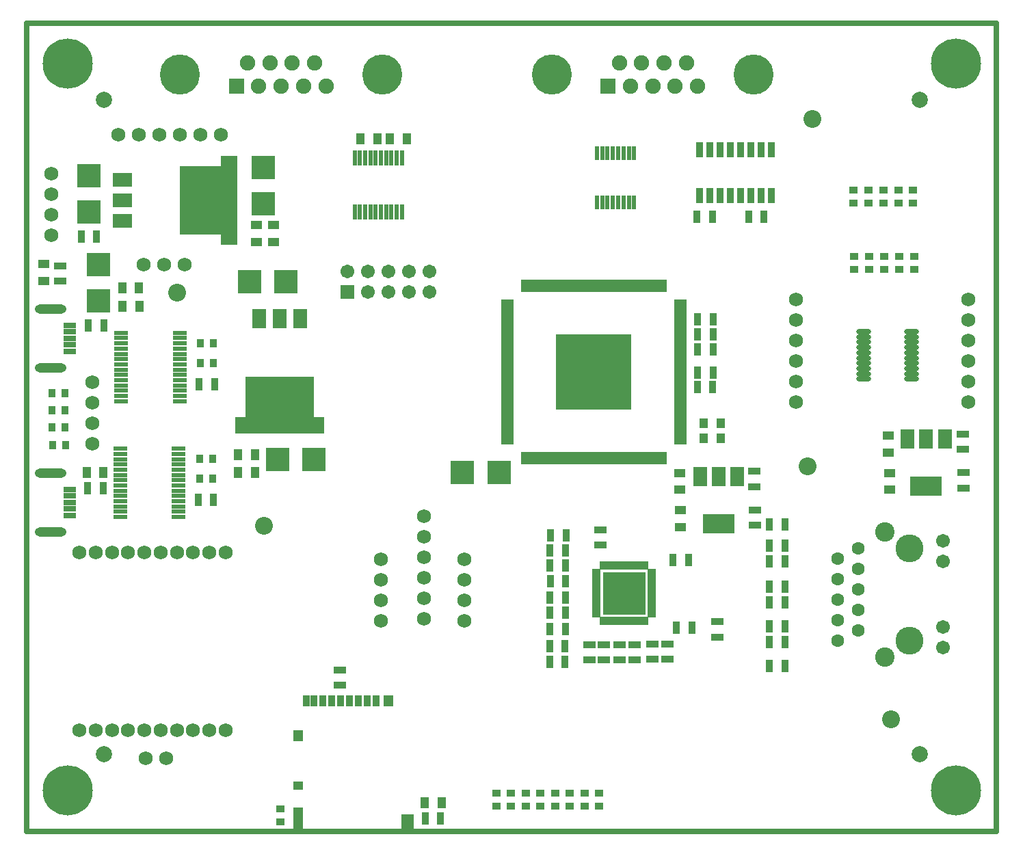
<source format=gts>
G04*
G04 #@! TF.GenerationSoftware,Altium Limited,Altium Designer,18.1.7 (191)*
G04*
G04 Layer_Color=8388736*
%FSLAX24Y24*%
%MOIN*%
G70*
G01*
G75*
%ADD25C,0.0250*%
%ADD60R,0.0631X0.0277*%
%ADD61R,0.1182X0.1182*%
%ADD62R,0.0395X0.0356*%
%ADD63R,0.0434X0.0552*%
%ADD64R,0.0356X0.0592*%
%ADD65R,0.0240X0.0705*%
%ADD66R,0.0320X0.0730*%
%ADD67O,0.0718X0.0246*%
%ADD68R,0.0434X0.0474*%
%ADD69R,0.0592X0.0356*%
%ADD70R,0.0592X0.0828*%
%ADD71R,0.0474X0.1182*%
%ADD72R,0.0474X0.0552*%
%ADD73R,0.0356X0.0552*%
%ADD74R,0.0474X0.0395*%
%ADD75R,0.1182X0.1182*%
%ADD76R,0.0552X0.0434*%
%ADD77R,0.0356X0.0395*%
%ADD78R,0.0671X0.0237*%
%ADD79R,0.0198X0.0631*%
%ADD80R,0.0631X0.0198*%
%ADD81R,0.3655X0.3655*%
%ADD82R,0.0249X0.0722*%
%ADD83R,0.2088X0.2088*%
%ADD84R,0.0190X0.0399*%
%ADD85R,0.0399X0.0190*%
%ADD86R,0.3360X0.2080*%
%ADD87R,0.0680X0.0930*%
%ADD88R,0.4330X0.0830*%
%ADD89R,0.0830X0.4330*%
%ADD90R,0.0930X0.0680*%
%ADD91R,0.2080X0.3360*%
%ADD92R,0.1576X0.0926*%
%ADD93R,0.0671X0.0926*%
%ADD94C,0.0787*%
%ADD95C,0.0680*%
%ADD96C,0.0867*%
%ADD97O,0.1537X0.0434*%
%ADD98C,0.0749*%
%ADD99R,0.0749X0.0749*%
%ADD100C,0.1954*%
%ADD101R,0.0671X0.0671*%
%ADD102C,0.0671*%
%ADD103C,0.2442*%
%ADD104C,0.0946*%
%ADD105C,0.1360*%
%ADD106C,0.0631*%
%ADD107C,0.0360*%
%ADD108C,0.0580*%
D25*
X-24Y-25D02*
X47219D01*
Y39367D01*
X-24D02*
X47219D01*
X-24D02*
X-24Y-25D01*
D60*
X2070Y16630D02*
D03*
Y16315D02*
D03*
Y16000D02*
D03*
Y15685D02*
D03*
Y15370D02*
D03*
X2070Y23370D02*
D03*
Y23685D02*
D03*
Y24000D02*
D03*
Y24315D02*
D03*
Y24630D02*
D03*
D61*
X2990Y30168D02*
D03*
Y31940D02*
D03*
X3457Y27593D02*
D03*
Y25822D02*
D03*
X11500Y32332D02*
D03*
Y30560D02*
D03*
D62*
X12340Y1044D02*
D03*
Y414D02*
D03*
X43230Y28000D02*
D03*
Y27370D02*
D03*
X42496Y28000D02*
D03*
Y27370D02*
D03*
X41762Y28000D02*
D03*
Y27370D02*
D03*
X41028Y28000D02*
D03*
Y27370D02*
D03*
X40294Y28000D02*
D03*
Y27370D02*
D03*
X43178Y31227D02*
D03*
Y30597D02*
D03*
X42448Y31227D02*
D03*
Y30597D02*
D03*
X41719Y31227D02*
D03*
Y30597D02*
D03*
X40989Y31227D02*
D03*
Y30597D02*
D03*
X40261Y31227D02*
D03*
Y30597D02*
D03*
X26444Y1833D02*
D03*
Y1203D02*
D03*
X27161Y1833D02*
D03*
Y1203D02*
D03*
X27877Y1833D02*
D03*
Y1203D02*
D03*
X25011Y1833D02*
D03*
Y1203D02*
D03*
X25728Y1833D02*
D03*
Y1203D02*
D03*
X22861Y1833D02*
D03*
Y1203D02*
D03*
X23578Y1833D02*
D03*
Y1203D02*
D03*
X24294Y1833D02*
D03*
Y1203D02*
D03*
D63*
X20194Y1351D02*
D03*
X19368D02*
D03*
X2882Y17472D02*
D03*
X3709D02*
D03*
X5440Y26443D02*
D03*
X4614D02*
D03*
X5460Y25573D02*
D03*
X4634D02*
D03*
X10272Y18337D02*
D03*
X11099D02*
D03*
X10264Y17452D02*
D03*
X11091D02*
D03*
X17673Y33734D02*
D03*
X18500D02*
D03*
X16230Y33739D02*
D03*
X17057D02*
D03*
D64*
X19382Y605D02*
D03*
X20130D02*
D03*
X35895Y29935D02*
D03*
X35147D02*
D03*
X32635Y29937D02*
D03*
X33383D02*
D03*
X2632Y28960D02*
D03*
X3380D02*
D03*
X26206Y8223D02*
D03*
X25458D02*
D03*
X32385Y9890D02*
D03*
X31637D02*
D03*
X32220Y13205D02*
D03*
X31472D02*
D03*
X26251Y14408D02*
D03*
X25503D02*
D03*
X8372Y21766D02*
D03*
X9120D02*
D03*
X33407Y21614D02*
D03*
X32659D02*
D03*
X33416Y22328D02*
D03*
X32668D02*
D03*
X33417Y23458D02*
D03*
X32668D02*
D03*
X33416Y24178D02*
D03*
X32668D02*
D03*
X33422Y24918D02*
D03*
X32674D02*
D03*
X25448Y8983D02*
D03*
X26196D02*
D03*
X26221Y9839D02*
D03*
X25473D02*
D03*
X25477Y10620D02*
D03*
X26225D02*
D03*
X25467Y11360D02*
D03*
X26215D02*
D03*
X25486Y12175D02*
D03*
X26234D02*
D03*
X25476Y12923D02*
D03*
X26224D02*
D03*
X25476Y13673D02*
D03*
X26224D02*
D03*
X36180Y8028D02*
D03*
X36928D02*
D03*
X36180Y9204D02*
D03*
X36928D02*
D03*
X36180Y9947D02*
D03*
X36928D02*
D03*
X36180Y11140D02*
D03*
X36928D02*
D03*
X36180Y11883D02*
D03*
X36928D02*
D03*
X36180Y13135D02*
D03*
X36928D02*
D03*
X36180Y13878D02*
D03*
X36928D02*
D03*
X36180Y14938D02*
D03*
X36928D02*
D03*
X2966Y24631D02*
D03*
X3714D02*
D03*
X2939Y16702D02*
D03*
X3687D02*
D03*
X9068Y16117D02*
D03*
X8320D02*
D03*
D65*
X27754Y33033D02*
D03*
X28014D02*
D03*
X28274D02*
D03*
X28534D02*
D03*
X28794D02*
D03*
X29054D02*
D03*
X29314D02*
D03*
X29574D02*
D03*
Y30638D02*
D03*
X29314D02*
D03*
X29054D02*
D03*
X28794D02*
D03*
X28534D02*
D03*
X28274D02*
D03*
X28014D02*
D03*
X27754D02*
D03*
D66*
X32756Y30953D02*
D03*
X33256D02*
D03*
X33756D02*
D03*
X34256D02*
D03*
X34756D02*
D03*
X35256D02*
D03*
X35756D02*
D03*
X36256D02*
D03*
Y33183D02*
D03*
X35756D02*
D03*
X35256D02*
D03*
X34756D02*
D03*
X34256D02*
D03*
X33756D02*
D03*
X33256D02*
D03*
X32756D02*
D03*
D67*
X40766Y24322D02*
D03*
Y24066D02*
D03*
Y23810D02*
D03*
Y23554D02*
D03*
Y23298D02*
D03*
Y23042D02*
D03*
Y22786D02*
D03*
Y22530D02*
D03*
Y22274D02*
D03*
Y22018D02*
D03*
X43089Y24322D02*
D03*
Y24066D02*
D03*
Y23810D02*
D03*
Y23554D02*
D03*
Y23298D02*
D03*
Y23042D02*
D03*
Y22786D02*
D03*
Y22530D02*
D03*
Y22274D02*
D03*
Y22018D02*
D03*
D68*
X33786Y19868D02*
D03*
Y19120D02*
D03*
X32960Y19868D02*
D03*
Y19120D02*
D03*
D69*
X15236Y7081D02*
D03*
Y7829D02*
D03*
X33617Y9430D02*
D03*
Y10178D02*
D03*
X30471Y8356D02*
D03*
Y9104D02*
D03*
X28111Y8316D02*
D03*
Y9064D02*
D03*
X27381Y8316D02*
D03*
Y9064D02*
D03*
X29581Y8310D02*
D03*
Y9058D02*
D03*
X28851Y9064D02*
D03*
Y8316D02*
D03*
X27937Y14665D02*
D03*
Y13917D02*
D03*
X31211Y9094D02*
D03*
Y8346D02*
D03*
X45628Y16704D02*
D03*
Y17452D02*
D03*
X45608Y18594D02*
D03*
Y19342D02*
D03*
X1594Y27528D02*
D03*
Y26780D02*
D03*
X35431Y16769D02*
D03*
Y17517D02*
D03*
X35451Y14879D02*
D03*
Y15627D02*
D03*
D70*
X18524Y376D02*
D03*
D71*
X13209Y554D02*
D03*
D72*
X17598Y6321D02*
D03*
X13209Y4628D02*
D03*
D73*
X13583Y6321D02*
D03*
X16555D02*
D03*
X16122Y6321D02*
D03*
X15689Y6321D02*
D03*
X13957Y6321D02*
D03*
X14390Y6321D02*
D03*
X14823Y6321D02*
D03*
X15256Y6321D02*
D03*
X16988Y6321D02*
D03*
D74*
X13209Y2187D02*
D03*
D75*
X21213Y17447D02*
D03*
X22984D02*
D03*
X10835Y26758D02*
D03*
X12607D02*
D03*
X12204Y18077D02*
D03*
X13975D02*
D03*
D76*
X41978Y18435D02*
D03*
Y19262D02*
D03*
X42018Y16615D02*
D03*
Y17442D02*
D03*
X796Y26799D02*
D03*
Y27626D02*
D03*
X31841Y14789D02*
D03*
Y15616D02*
D03*
X31801Y16609D02*
D03*
Y17436D02*
D03*
X11150Y28693D02*
D03*
Y29520D02*
D03*
X11990Y28687D02*
D03*
Y29513D02*
D03*
D77*
X9075Y23768D02*
D03*
X8445D02*
D03*
X9074Y22801D02*
D03*
X8444D02*
D03*
X1861Y18806D02*
D03*
X1231D02*
D03*
X1836Y19661D02*
D03*
X1206D02*
D03*
X1840Y20496D02*
D03*
X1211D02*
D03*
X1840Y21315D02*
D03*
X1211D02*
D03*
X8392Y17152D02*
D03*
X9022D02*
D03*
X8393Y18119D02*
D03*
X9023D02*
D03*
D78*
X4569Y24264D02*
D03*
Y24009D02*
D03*
Y23753D02*
D03*
Y23497D02*
D03*
Y23241D02*
D03*
Y22985D02*
D03*
Y22729D02*
D03*
Y22473D02*
D03*
Y22217D02*
D03*
Y21961D02*
D03*
Y21705D02*
D03*
Y21449D02*
D03*
Y21194D02*
D03*
Y20938D02*
D03*
X7424D02*
D03*
Y21194D02*
D03*
Y21449D02*
D03*
Y21705D02*
D03*
Y21961D02*
D03*
Y22217D02*
D03*
Y22473D02*
D03*
Y22729D02*
D03*
Y22985D02*
D03*
Y23241D02*
D03*
Y23497D02*
D03*
Y23753D02*
D03*
Y24009D02*
D03*
Y24264D02*
D03*
X7372Y18616D02*
D03*
Y18360D02*
D03*
Y18104D02*
D03*
Y17848D02*
D03*
Y17592D02*
D03*
Y17336D02*
D03*
Y17080D02*
D03*
Y16824D02*
D03*
Y16568D02*
D03*
Y16312D02*
D03*
Y16057D02*
D03*
Y15801D02*
D03*
Y15545D02*
D03*
Y15289D02*
D03*
X4517D02*
D03*
Y15545D02*
D03*
Y15801D02*
D03*
Y16057D02*
D03*
Y16312D02*
D03*
Y16568D02*
D03*
Y16824D02*
D03*
Y17080D02*
D03*
Y17336D02*
D03*
Y17592D02*
D03*
Y17848D02*
D03*
Y18104D02*
D03*
Y18360D02*
D03*
Y18616D02*
D03*
D79*
X31053Y26570D02*
D03*
X30856D02*
D03*
X30659D02*
D03*
X30462D02*
D03*
X30265D02*
D03*
X30069D02*
D03*
X29872D02*
D03*
X29675D02*
D03*
X29478D02*
D03*
X29281D02*
D03*
X29084D02*
D03*
X28887D02*
D03*
X28691D02*
D03*
X28494D02*
D03*
X28297D02*
D03*
X28100D02*
D03*
X27903D02*
D03*
X27706D02*
D03*
X27510D02*
D03*
X27313D02*
D03*
X27116D02*
D03*
X26919D02*
D03*
X26722D02*
D03*
X26525D02*
D03*
X26328D02*
D03*
X26132D02*
D03*
X25935D02*
D03*
X25738D02*
D03*
X25541D02*
D03*
X25344D02*
D03*
X25147D02*
D03*
X24950D02*
D03*
X24754D02*
D03*
X24557D02*
D03*
X24360D02*
D03*
X24163D02*
D03*
Y18145D02*
D03*
X24360D02*
D03*
X24557D02*
D03*
X24754D02*
D03*
X24950D02*
D03*
X25147D02*
D03*
X25344D02*
D03*
X25541D02*
D03*
X25738D02*
D03*
X25935D02*
D03*
X26132D02*
D03*
X26328D02*
D03*
X26525D02*
D03*
X26722D02*
D03*
X26919D02*
D03*
X27116D02*
D03*
X27313D02*
D03*
X27510D02*
D03*
X27706D02*
D03*
X27903D02*
D03*
X28100D02*
D03*
X28297D02*
D03*
X28494D02*
D03*
X28691D02*
D03*
X28887D02*
D03*
X29084D02*
D03*
X29281D02*
D03*
X29478D02*
D03*
X29675D02*
D03*
X29872D02*
D03*
X30069D02*
D03*
X30265D02*
D03*
X30462D02*
D03*
X30659D02*
D03*
X30856D02*
D03*
X31053D02*
D03*
D80*
X23395Y25803D02*
D03*
Y25606D02*
D03*
Y25409D02*
D03*
Y25212D02*
D03*
Y25015D02*
D03*
Y24818D02*
D03*
Y24622D02*
D03*
Y24425D02*
D03*
Y24228D02*
D03*
Y24031D02*
D03*
Y23834D02*
D03*
Y23637D02*
D03*
Y23441D02*
D03*
Y23244D02*
D03*
Y23047D02*
D03*
Y22850D02*
D03*
Y22653D02*
D03*
Y22456D02*
D03*
Y22259D02*
D03*
Y22063D02*
D03*
Y21866D02*
D03*
Y21669D02*
D03*
Y21472D02*
D03*
Y21275D02*
D03*
Y21078D02*
D03*
Y20881D02*
D03*
Y20685D02*
D03*
Y20488D02*
D03*
Y20291D02*
D03*
Y20094D02*
D03*
Y19897D02*
D03*
Y19700D02*
D03*
Y19504D02*
D03*
Y19307D02*
D03*
Y19110D02*
D03*
Y18913D02*
D03*
X31821D02*
D03*
Y19110D02*
D03*
Y19307D02*
D03*
Y19504D02*
D03*
Y19700D02*
D03*
Y19897D02*
D03*
Y20094D02*
D03*
Y20291D02*
D03*
Y20488D02*
D03*
Y20685D02*
D03*
Y20881D02*
D03*
Y21078D02*
D03*
Y21275D02*
D03*
Y21472D02*
D03*
Y21669D02*
D03*
Y21866D02*
D03*
Y22063D02*
D03*
Y22259D02*
D03*
Y22456D02*
D03*
Y22653D02*
D03*
Y22850D02*
D03*
Y23047D02*
D03*
Y23244D02*
D03*
Y23441D02*
D03*
Y23637D02*
D03*
Y23834D02*
D03*
Y24031D02*
D03*
Y24228D02*
D03*
Y24425D02*
D03*
Y24622D02*
D03*
Y24818D02*
D03*
Y25015D02*
D03*
Y25212D02*
D03*
Y25409D02*
D03*
Y25606D02*
D03*
Y25803D02*
D03*
D81*
X27608Y22358D02*
D03*
D82*
X18250Y30150D02*
D03*
X17994D02*
D03*
X17739D02*
D03*
X17483D02*
D03*
X17227D02*
D03*
X16971D02*
D03*
X16715D02*
D03*
X16459D02*
D03*
X16203D02*
D03*
X15947D02*
D03*
X15947Y32783D02*
D03*
X16203D02*
D03*
X16459D02*
D03*
X16715D02*
D03*
X16971D02*
D03*
X17227D02*
D03*
X17483D02*
D03*
X17739D02*
D03*
X17994D02*
D03*
X18250D02*
D03*
D83*
X29081Y11570D02*
D03*
D84*
X30163Y10212D02*
D03*
X29967D02*
D03*
X29770D02*
D03*
X29573D02*
D03*
X29376D02*
D03*
X29179D02*
D03*
X28982D02*
D03*
X28785D02*
D03*
X28589D02*
D03*
X28392D02*
D03*
X28195D02*
D03*
X27998D02*
D03*
Y12928D02*
D03*
X28195D02*
D03*
X28392D02*
D03*
X28589D02*
D03*
X28785D02*
D03*
X28982D02*
D03*
X29179D02*
D03*
X29376D02*
D03*
X29573D02*
D03*
X29770D02*
D03*
X29967D02*
D03*
X30163D02*
D03*
D85*
X27722Y10487D02*
D03*
Y10684D02*
D03*
Y10881D02*
D03*
Y11078D02*
D03*
Y11275D02*
D03*
Y11472D02*
D03*
Y11669D02*
D03*
Y11865D02*
D03*
Y12062D02*
D03*
Y12259D02*
D03*
Y12456D02*
D03*
Y12653D02*
D03*
X30439D02*
D03*
Y12456D02*
D03*
Y12259D02*
D03*
Y12062D02*
D03*
Y11865D02*
D03*
Y11669D02*
D03*
Y11472D02*
D03*
Y11275D02*
D03*
Y11078D02*
D03*
Y10881D02*
D03*
Y10684D02*
D03*
Y10487D02*
D03*
D86*
X12295Y21097D02*
D03*
D87*
X11295Y24947D02*
D03*
X12295D02*
D03*
X13295D02*
D03*
D88*
X12295Y19747D02*
D03*
D89*
X9820Y30720D02*
D03*
D90*
X4620Y31720D02*
D03*
Y30720D02*
D03*
Y29720D02*
D03*
D91*
X8470Y30720D02*
D03*
D92*
X43808Y16797D02*
D03*
X33701Y14971D02*
D03*
D93*
X42903Y19100D02*
D03*
X43808D02*
D03*
X44714D02*
D03*
X34607Y17274D02*
D03*
X33701D02*
D03*
X32796D02*
D03*
D94*
X43504Y3740D02*
D03*
Y35630D02*
D03*
X3740Y3740D02*
D03*
Y35630D02*
D03*
D95*
X37450Y25902D02*
D03*
Y24902D02*
D03*
Y23902D02*
D03*
Y22902D02*
D03*
Y21902D02*
D03*
Y20902D02*
D03*
X3173Y18871D02*
D03*
Y19871D02*
D03*
Y20871D02*
D03*
Y21871D02*
D03*
X45868Y25902D02*
D03*
Y24902D02*
D03*
Y23902D02*
D03*
Y22902D02*
D03*
Y21902D02*
D03*
Y20902D02*
D03*
X4435Y33942D02*
D03*
X5435D02*
D03*
X6435D02*
D03*
X7435D02*
D03*
X8435D02*
D03*
X9435D02*
D03*
X1180Y29030D02*
D03*
Y30030D02*
D03*
Y31030D02*
D03*
Y32030D02*
D03*
X21285Y13214D02*
D03*
Y12214D02*
D03*
Y11214D02*
D03*
Y10214D02*
D03*
X5748Y3532D02*
D03*
X6748D02*
D03*
X19317Y15314D02*
D03*
Y14314D02*
D03*
Y13314D02*
D03*
Y12314D02*
D03*
Y11314D02*
D03*
Y10314D02*
D03*
X17241Y10214D02*
D03*
Y11214D02*
D03*
Y12214D02*
D03*
Y13214D02*
D03*
X6650Y27602D02*
D03*
X5650D02*
D03*
X7650D02*
D03*
X2543Y4902D02*
D03*
X3333D02*
D03*
X4123D02*
D03*
X4913D02*
D03*
X5703D02*
D03*
X6493D02*
D03*
X7283D02*
D03*
X8073D02*
D03*
X8863D02*
D03*
X9653D02*
D03*
Y13562D02*
D03*
X8863D02*
D03*
X8073D02*
D03*
X7283D02*
D03*
X6493D02*
D03*
X5703D02*
D03*
X4913D02*
D03*
X4123D02*
D03*
X3333D02*
D03*
X2543D02*
D03*
D96*
X38025Y17748D02*
D03*
X11531Y14854D02*
D03*
X42107Y5428D02*
D03*
X38261Y34677D02*
D03*
X7312Y26228D02*
D03*
D97*
X1125Y14563D02*
D03*
Y17437D02*
D03*
X1125Y25437D02*
D03*
Y22563D02*
D03*
D98*
X32667Y36307D02*
D03*
X32122Y37425D02*
D03*
X31577Y36307D02*
D03*
X31031Y37425D02*
D03*
X30486Y36307D02*
D03*
X29941Y37425D02*
D03*
X29396Y36307D02*
D03*
X28850Y37425D02*
D03*
X14547Y36307D02*
D03*
X14002Y37425D02*
D03*
X13456Y36307D02*
D03*
X12911Y37425D02*
D03*
X12366Y36307D02*
D03*
X11820Y37425D02*
D03*
X11275Y36307D02*
D03*
X10730Y37425D02*
D03*
D99*
X28305Y36307D02*
D03*
X10185D02*
D03*
D100*
X25567Y36866D02*
D03*
X35406D02*
D03*
X7446D02*
D03*
X17285D02*
D03*
D101*
X15611Y26243D02*
D03*
D102*
Y27243D02*
D03*
X16611Y26243D02*
D03*
Y27243D02*
D03*
X17611Y26243D02*
D03*
Y27243D02*
D03*
X18611Y26243D02*
D03*
Y27243D02*
D03*
X19611Y26243D02*
D03*
Y27243D02*
D03*
X44620Y14132D02*
D03*
Y13132D02*
D03*
Y9911D02*
D03*
Y8911D02*
D03*
D103*
X45276Y37402D02*
D03*
X1969D02*
D03*
Y1969D02*
D03*
X45276D02*
D03*
D104*
X41788Y8473D02*
D03*
Y14571D02*
D03*
D105*
X42989Y9272D02*
D03*
Y13772D02*
D03*
D106*
X40489D02*
D03*
Y12772D02*
D03*
Y11772D02*
D03*
Y10772D02*
D03*
Y9772D02*
D03*
X39488Y13272D02*
D03*
Y12272D02*
D03*
Y11272D02*
D03*
Y10272D02*
D03*
Y9272D02*
D03*
D107*
X29124Y23874D02*
D03*
Y23007D02*
D03*
Y22141D02*
D03*
Y21275D02*
D03*
Y20842D02*
D03*
X28691Y23874D02*
D03*
Y23441D02*
D03*
Y23007D02*
D03*
Y22574D02*
D03*
Y22141D02*
D03*
Y21708D02*
D03*
Y21275D02*
D03*
Y20842D02*
D03*
X28258Y23874D02*
D03*
Y23441D02*
D03*
Y23007D02*
D03*
Y22574D02*
D03*
Y22141D02*
D03*
Y21708D02*
D03*
Y21275D02*
D03*
Y20842D02*
D03*
X27824Y23874D02*
D03*
Y23441D02*
D03*
Y23007D02*
D03*
Y22574D02*
D03*
Y22141D02*
D03*
Y21708D02*
D03*
Y21275D02*
D03*
Y20842D02*
D03*
X27391Y23874D02*
D03*
Y23441D02*
D03*
Y23007D02*
D03*
Y22574D02*
D03*
Y22141D02*
D03*
Y21708D02*
D03*
Y21275D02*
D03*
Y20842D02*
D03*
X26958Y23874D02*
D03*
Y23441D02*
D03*
Y23007D02*
D03*
Y22574D02*
D03*
Y22141D02*
D03*
Y21708D02*
D03*
Y21275D02*
D03*
Y20842D02*
D03*
X26525Y23874D02*
D03*
Y23441D02*
D03*
Y23007D02*
D03*
Y22574D02*
D03*
Y22141D02*
D03*
Y21708D02*
D03*
Y21275D02*
D03*
Y20842D02*
D03*
X26092Y23874D02*
D03*
Y23441D02*
D03*
Y23007D02*
D03*
Y22574D02*
D03*
Y22141D02*
D03*
Y21708D02*
D03*
Y21275D02*
D03*
Y20842D02*
D03*
X29124Y21708D02*
D03*
Y22574D02*
D03*
Y23441D02*
D03*
D108*
X11195Y20247D02*
D03*
X13445D02*
D03*
X12345D02*
D03*
X12945Y21247D02*
D03*
X11795D02*
D03*
X8320Y30220D02*
D03*
Y31370D02*
D03*
X9320Y30770D02*
D03*
Y31870D02*
D03*
Y29620D02*
D03*
M02*

</source>
